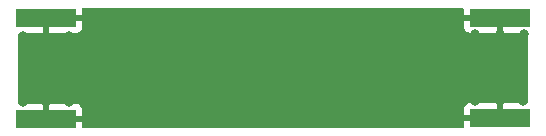
<source format=gbr>
%TF.GenerationSoftware,KiCad,Pcbnew,(6.0.10)*%
%TF.CreationDate,2023-05-07T22:18:59+03:00*%
%TF.ProjectId,Filter,46696c74-6572-42e6-9b69-6361645f7063,rev?*%
%TF.SameCoordinates,Original*%
%TF.FileFunction,Copper,L4,Bot*%
%TF.FilePolarity,Positive*%
%FSLAX46Y46*%
G04 Gerber Fmt 4.6, Leading zero omitted, Abs format (unit mm)*
G04 Created by KiCad (PCBNEW (6.0.10)) date 2023-05-07 22:18:59*
%MOMM*%
%LPD*%
G01*
G04 APERTURE LIST*
%TA.AperFunction,SMDPad,CuDef*%
%ADD10R,5.080000X1.500000*%
%TD*%
%TA.AperFunction,ViaPad*%
%ADD11C,0.800000*%
%TD*%
G04 APERTURE END LIST*
D10*
%TO.P,J1,2,Ext*%
%TO.N,GND*%
X120600000Y-108450000D03*
X120600000Y-99950000D03*
%TD*%
%TO.P,J2,2,Ext*%
%TO.N,GND*%
X159050000Y-108400000D03*
X159050000Y-99900000D03*
%TD*%
D11*
%TO.N,GND*%
X143450000Y-107650000D03*
X161100000Y-101300000D03*
X131050000Y-107550000D03*
X120600000Y-101450000D03*
X122550000Y-101450000D03*
X149650000Y-107650000D03*
X156950000Y-101300000D03*
X144600000Y-107650000D03*
X118650000Y-101450000D03*
X126100000Y-107550000D03*
X160950000Y-106950000D03*
X150800000Y-107650000D03*
X118650000Y-107000000D03*
X156900000Y-106950000D03*
X159050000Y-101300000D03*
X124800000Y-107550000D03*
X132300000Y-107600000D03*
X122550000Y-107000000D03*
X137250000Y-107600000D03*
X120600000Y-107000000D03*
X138450000Y-107650000D03*
X159050000Y-106950000D03*
%TD*%
%TA.AperFunction,Conductor*%
%TO.N,GND*%
G36*
X155944121Y-99078502D02*
G01*
X155990614Y-99132158D01*
X156002000Y-99184500D01*
X156002000Y-99627885D01*
X156006475Y-99643124D01*
X156007865Y-99644329D01*
X156015548Y-99646000D01*
X159178000Y-99646000D01*
X159246121Y-99666002D01*
X159292614Y-99719658D01*
X159304000Y-99772000D01*
X159304000Y-101139884D01*
X159308475Y-101155123D01*
X159309865Y-101156328D01*
X159317548Y-101157999D01*
X161315500Y-101157999D01*
X161383621Y-101178001D01*
X161430114Y-101231657D01*
X161441500Y-101283999D01*
X161441500Y-107016000D01*
X161421498Y-107084121D01*
X161367842Y-107130614D01*
X161315500Y-107142000D01*
X159322115Y-107142000D01*
X159306876Y-107146475D01*
X159305671Y-107147865D01*
X159304000Y-107155548D01*
X159304000Y-108528000D01*
X159283998Y-108596121D01*
X159230342Y-108642614D01*
X159178000Y-108654000D01*
X156020116Y-108654000D01*
X156004877Y-108658475D01*
X156003672Y-108659865D01*
X156002001Y-108667548D01*
X156002001Y-109115500D01*
X155981999Y-109183621D01*
X155928343Y-109230114D01*
X155876001Y-109241500D01*
X123774000Y-109241500D01*
X123705879Y-109221498D01*
X123659386Y-109167842D01*
X123648000Y-109115500D01*
X123648000Y-108722115D01*
X123643525Y-108706876D01*
X123642135Y-108705671D01*
X123634452Y-108704000D01*
X120472000Y-108704000D01*
X120403879Y-108683998D01*
X120357386Y-108630342D01*
X120346000Y-108578000D01*
X120346000Y-108177885D01*
X120854000Y-108177885D01*
X120858475Y-108193124D01*
X120859865Y-108194329D01*
X120867548Y-108196000D01*
X123629884Y-108196000D01*
X123645123Y-108191525D01*
X123646328Y-108190135D01*
X123647999Y-108182452D01*
X123647999Y-108127885D01*
X156002000Y-108127885D01*
X156006475Y-108143124D01*
X156007865Y-108144329D01*
X156015548Y-108146000D01*
X158777885Y-108146000D01*
X158793124Y-108141525D01*
X158794329Y-108140135D01*
X158796000Y-108132452D01*
X158796000Y-107160116D01*
X158791525Y-107144877D01*
X158790135Y-107143672D01*
X158782452Y-107142001D01*
X156465331Y-107142001D01*
X156458510Y-107142371D01*
X156407648Y-107147895D01*
X156392396Y-107151521D01*
X156271946Y-107196676D01*
X156256351Y-107205214D01*
X156154276Y-107281715D01*
X156141715Y-107294276D01*
X156065214Y-107396351D01*
X156056676Y-107411946D01*
X156011522Y-107532394D01*
X156007895Y-107547649D01*
X156002369Y-107598514D01*
X156002000Y-107605328D01*
X156002000Y-108127885D01*
X123647999Y-108127885D01*
X123647999Y-107655331D01*
X123647629Y-107648510D01*
X123642105Y-107597648D01*
X123638479Y-107582396D01*
X123593324Y-107461946D01*
X123584786Y-107446351D01*
X123508285Y-107344276D01*
X123495724Y-107331715D01*
X123393649Y-107255214D01*
X123378054Y-107246676D01*
X123257606Y-107201522D01*
X123242351Y-107197895D01*
X123191486Y-107192369D01*
X123184672Y-107192000D01*
X120872115Y-107192000D01*
X120856876Y-107196475D01*
X120855671Y-107197865D01*
X120854000Y-107205548D01*
X120854000Y-108177885D01*
X120346000Y-108177885D01*
X120346000Y-107210116D01*
X120341525Y-107194877D01*
X120340135Y-107193672D01*
X120332452Y-107192001D01*
X118334500Y-107192001D01*
X118266379Y-107171999D01*
X118219886Y-107118343D01*
X118208500Y-107066001D01*
X118208500Y-101334000D01*
X118228502Y-101265879D01*
X118282158Y-101219386D01*
X118334500Y-101208000D01*
X120327885Y-101208000D01*
X120343124Y-101203525D01*
X120344329Y-101202135D01*
X120346000Y-101194452D01*
X120346000Y-101189884D01*
X120854000Y-101189884D01*
X120858475Y-101205123D01*
X120859865Y-101206328D01*
X120867548Y-101207999D01*
X123184669Y-101207999D01*
X123191490Y-101207629D01*
X123242352Y-101202105D01*
X123257604Y-101198479D01*
X123378054Y-101153324D01*
X123393649Y-101144786D01*
X123495724Y-101068285D01*
X123508285Y-101055724D01*
X123584786Y-100953649D01*
X123593324Y-100938054D01*
X123638478Y-100817606D01*
X123642105Y-100802351D01*
X123647631Y-100751486D01*
X123648000Y-100744668D01*
X123648000Y-100694669D01*
X156002001Y-100694669D01*
X156002371Y-100701490D01*
X156007895Y-100752352D01*
X156011521Y-100767604D01*
X156056676Y-100888054D01*
X156065214Y-100903649D01*
X156141715Y-101005724D01*
X156154276Y-101018285D01*
X156256351Y-101094786D01*
X156271946Y-101103324D01*
X156392394Y-101148478D01*
X156407649Y-101152105D01*
X156458514Y-101157631D01*
X156465328Y-101158000D01*
X158777885Y-101158000D01*
X158793124Y-101153525D01*
X158794329Y-101152135D01*
X158796000Y-101144452D01*
X158796000Y-100172115D01*
X158791525Y-100156876D01*
X158790135Y-100155671D01*
X158782452Y-100154000D01*
X156020116Y-100154000D01*
X156004877Y-100158475D01*
X156003672Y-100159865D01*
X156002001Y-100167548D01*
X156002001Y-100694669D01*
X123648000Y-100694669D01*
X123648000Y-100222115D01*
X123643525Y-100206876D01*
X123642135Y-100205671D01*
X123634452Y-100204000D01*
X120872115Y-100204000D01*
X120856876Y-100208475D01*
X120855671Y-100209865D01*
X120854000Y-100217548D01*
X120854000Y-101189884D01*
X120346000Y-101189884D01*
X120346000Y-99822000D01*
X120366002Y-99753879D01*
X120419658Y-99707386D01*
X120472000Y-99696000D01*
X123629884Y-99696000D01*
X123645123Y-99691525D01*
X123646328Y-99690135D01*
X123647999Y-99682452D01*
X123647999Y-99184500D01*
X123668001Y-99116379D01*
X123721657Y-99069886D01*
X123773999Y-99058500D01*
X155876000Y-99058500D01*
X155944121Y-99078502D01*
G37*
%TD.AperFunction*%
%TD*%
M02*

</source>
